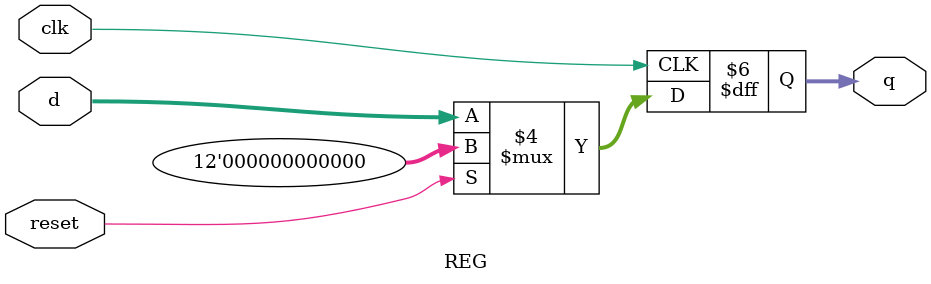
<source format=v>
`timescale 1ns / 1ps


module REG(clk, reset, d, q);
input clk, reset;
input [0:11] d;
output [0:11] q;
reg [0:11] q;

always @ (posedge clk)
begin

 if (reset == 1'b1)
 begin
 q <= 12'd0;
 end
 else
 begin
 q <= d;
 end
end
endmodule

</source>
